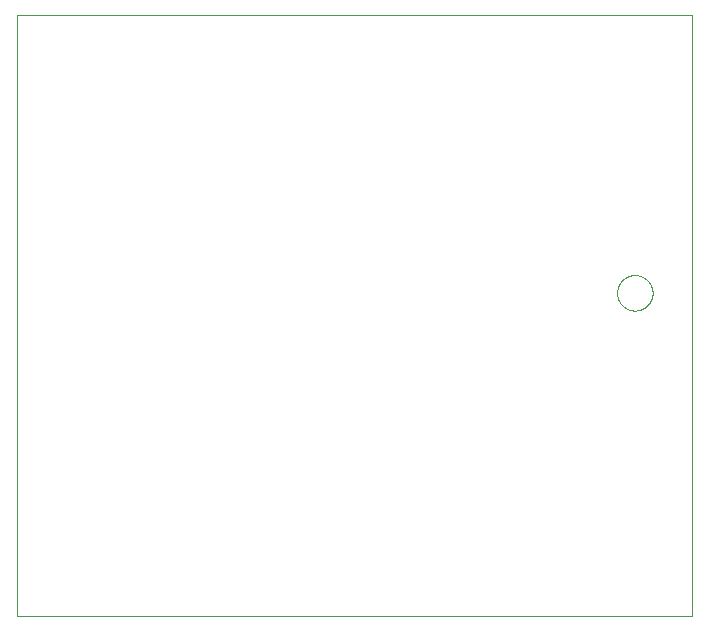
<source format=gko>
G75*
%MOIN*%
%OFA0B0*%
%FSLAX25Y25*%
%IPPOS*%
%LPD*%
%AMOC8*
5,1,8,0,0,1.08239X$1,22.5*
%
%ADD10C,0.00000*%
D10*
X0003800Y0009800D02*
X0003800Y0210200D01*
X0228800Y0210200D01*
X0228800Y0009800D01*
X0003800Y0009800D01*
X0203894Y0117500D02*
X0203896Y0117653D01*
X0203902Y0117807D01*
X0203912Y0117960D01*
X0203926Y0118112D01*
X0203944Y0118265D01*
X0203966Y0118416D01*
X0203991Y0118567D01*
X0204021Y0118718D01*
X0204055Y0118868D01*
X0204092Y0119016D01*
X0204133Y0119164D01*
X0204178Y0119310D01*
X0204227Y0119456D01*
X0204280Y0119600D01*
X0204336Y0119742D01*
X0204396Y0119883D01*
X0204460Y0120023D01*
X0204527Y0120161D01*
X0204598Y0120297D01*
X0204673Y0120431D01*
X0204750Y0120563D01*
X0204832Y0120693D01*
X0204916Y0120821D01*
X0205004Y0120947D01*
X0205095Y0121070D01*
X0205189Y0121191D01*
X0205287Y0121309D01*
X0205387Y0121425D01*
X0205491Y0121538D01*
X0205597Y0121649D01*
X0205706Y0121757D01*
X0205818Y0121862D01*
X0205932Y0121963D01*
X0206050Y0122062D01*
X0206169Y0122158D01*
X0206291Y0122251D01*
X0206416Y0122340D01*
X0206543Y0122427D01*
X0206672Y0122509D01*
X0206803Y0122589D01*
X0206936Y0122665D01*
X0207071Y0122738D01*
X0207208Y0122807D01*
X0207347Y0122872D01*
X0207487Y0122934D01*
X0207629Y0122992D01*
X0207772Y0123047D01*
X0207917Y0123098D01*
X0208063Y0123145D01*
X0208210Y0123188D01*
X0208358Y0123227D01*
X0208507Y0123263D01*
X0208657Y0123294D01*
X0208808Y0123322D01*
X0208959Y0123346D01*
X0209112Y0123366D01*
X0209264Y0123382D01*
X0209417Y0123394D01*
X0209570Y0123402D01*
X0209723Y0123406D01*
X0209877Y0123406D01*
X0210030Y0123402D01*
X0210183Y0123394D01*
X0210336Y0123382D01*
X0210488Y0123366D01*
X0210641Y0123346D01*
X0210792Y0123322D01*
X0210943Y0123294D01*
X0211093Y0123263D01*
X0211242Y0123227D01*
X0211390Y0123188D01*
X0211537Y0123145D01*
X0211683Y0123098D01*
X0211828Y0123047D01*
X0211971Y0122992D01*
X0212113Y0122934D01*
X0212253Y0122872D01*
X0212392Y0122807D01*
X0212529Y0122738D01*
X0212664Y0122665D01*
X0212797Y0122589D01*
X0212928Y0122509D01*
X0213057Y0122427D01*
X0213184Y0122340D01*
X0213309Y0122251D01*
X0213431Y0122158D01*
X0213550Y0122062D01*
X0213668Y0121963D01*
X0213782Y0121862D01*
X0213894Y0121757D01*
X0214003Y0121649D01*
X0214109Y0121538D01*
X0214213Y0121425D01*
X0214313Y0121309D01*
X0214411Y0121191D01*
X0214505Y0121070D01*
X0214596Y0120947D01*
X0214684Y0120821D01*
X0214768Y0120693D01*
X0214850Y0120563D01*
X0214927Y0120431D01*
X0215002Y0120297D01*
X0215073Y0120161D01*
X0215140Y0120023D01*
X0215204Y0119883D01*
X0215264Y0119742D01*
X0215320Y0119600D01*
X0215373Y0119456D01*
X0215422Y0119310D01*
X0215467Y0119164D01*
X0215508Y0119016D01*
X0215545Y0118868D01*
X0215579Y0118718D01*
X0215609Y0118567D01*
X0215634Y0118416D01*
X0215656Y0118265D01*
X0215674Y0118112D01*
X0215688Y0117960D01*
X0215698Y0117807D01*
X0215704Y0117653D01*
X0215706Y0117500D01*
X0215704Y0117347D01*
X0215698Y0117193D01*
X0215688Y0117040D01*
X0215674Y0116888D01*
X0215656Y0116735D01*
X0215634Y0116584D01*
X0215609Y0116433D01*
X0215579Y0116282D01*
X0215545Y0116132D01*
X0215508Y0115984D01*
X0215467Y0115836D01*
X0215422Y0115690D01*
X0215373Y0115544D01*
X0215320Y0115400D01*
X0215264Y0115258D01*
X0215204Y0115117D01*
X0215140Y0114977D01*
X0215073Y0114839D01*
X0215002Y0114703D01*
X0214927Y0114569D01*
X0214850Y0114437D01*
X0214768Y0114307D01*
X0214684Y0114179D01*
X0214596Y0114053D01*
X0214505Y0113930D01*
X0214411Y0113809D01*
X0214313Y0113691D01*
X0214213Y0113575D01*
X0214109Y0113462D01*
X0214003Y0113351D01*
X0213894Y0113243D01*
X0213782Y0113138D01*
X0213668Y0113037D01*
X0213550Y0112938D01*
X0213431Y0112842D01*
X0213309Y0112749D01*
X0213184Y0112660D01*
X0213057Y0112573D01*
X0212928Y0112491D01*
X0212797Y0112411D01*
X0212664Y0112335D01*
X0212529Y0112262D01*
X0212392Y0112193D01*
X0212253Y0112128D01*
X0212113Y0112066D01*
X0211971Y0112008D01*
X0211828Y0111953D01*
X0211683Y0111902D01*
X0211537Y0111855D01*
X0211390Y0111812D01*
X0211242Y0111773D01*
X0211093Y0111737D01*
X0210943Y0111706D01*
X0210792Y0111678D01*
X0210641Y0111654D01*
X0210488Y0111634D01*
X0210336Y0111618D01*
X0210183Y0111606D01*
X0210030Y0111598D01*
X0209877Y0111594D01*
X0209723Y0111594D01*
X0209570Y0111598D01*
X0209417Y0111606D01*
X0209264Y0111618D01*
X0209112Y0111634D01*
X0208959Y0111654D01*
X0208808Y0111678D01*
X0208657Y0111706D01*
X0208507Y0111737D01*
X0208358Y0111773D01*
X0208210Y0111812D01*
X0208063Y0111855D01*
X0207917Y0111902D01*
X0207772Y0111953D01*
X0207629Y0112008D01*
X0207487Y0112066D01*
X0207347Y0112128D01*
X0207208Y0112193D01*
X0207071Y0112262D01*
X0206936Y0112335D01*
X0206803Y0112411D01*
X0206672Y0112491D01*
X0206543Y0112573D01*
X0206416Y0112660D01*
X0206291Y0112749D01*
X0206169Y0112842D01*
X0206050Y0112938D01*
X0205932Y0113037D01*
X0205818Y0113138D01*
X0205706Y0113243D01*
X0205597Y0113351D01*
X0205491Y0113462D01*
X0205387Y0113575D01*
X0205287Y0113691D01*
X0205189Y0113809D01*
X0205095Y0113930D01*
X0205004Y0114053D01*
X0204916Y0114179D01*
X0204832Y0114307D01*
X0204750Y0114437D01*
X0204673Y0114569D01*
X0204598Y0114703D01*
X0204527Y0114839D01*
X0204460Y0114977D01*
X0204396Y0115117D01*
X0204336Y0115258D01*
X0204280Y0115400D01*
X0204227Y0115544D01*
X0204178Y0115690D01*
X0204133Y0115836D01*
X0204092Y0115984D01*
X0204055Y0116132D01*
X0204021Y0116282D01*
X0203991Y0116433D01*
X0203966Y0116584D01*
X0203944Y0116735D01*
X0203926Y0116888D01*
X0203912Y0117040D01*
X0203902Y0117193D01*
X0203896Y0117347D01*
X0203894Y0117500D01*
M02*

</source>
